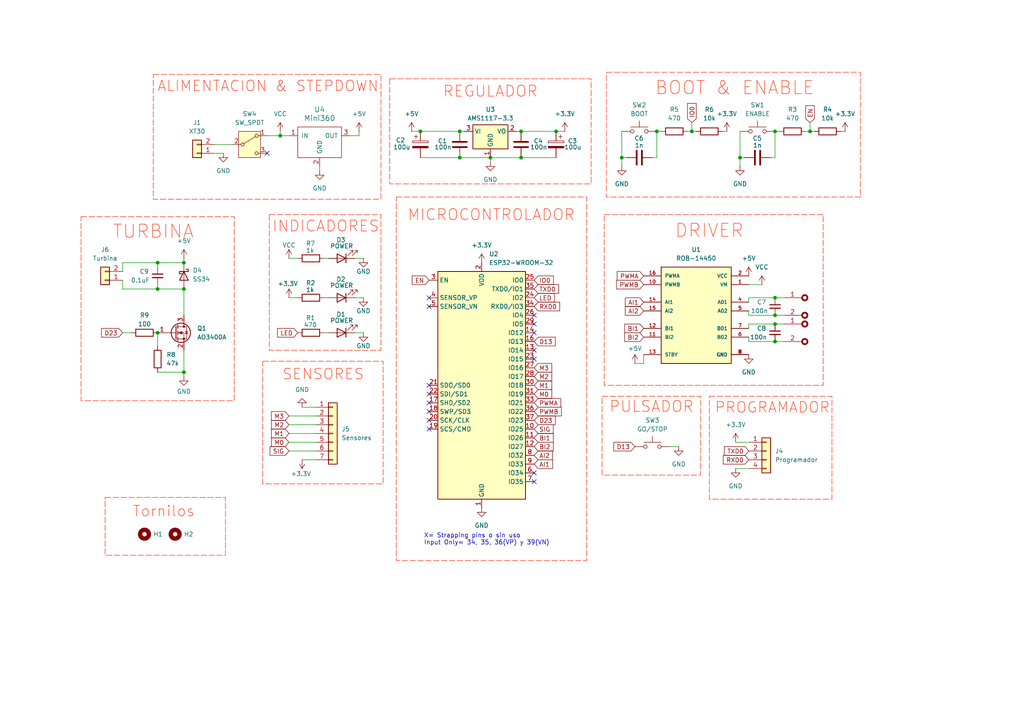
<source format=kicad_sch>
(kicad_sch (version 20250114) (generator "eeschema") (generator_version "9.0")
  (paper "A4")
  (lib_symbols
    (symbol "Cable_PAD_1" (pin_names (offset 1.016))
      (symbol "Cable_PAD_1_1_1"
        (circle (center 3.556 3.81) (radius 0.762) (stroke (width 0.508)))
        (circle (center 3.556 -1.27) (radius 0.762) (stroke (width 0.508)))
        (pin input line (at -2.54 3.81 0) (length 5.08) (name "") (number "1"))
        (pin input line (at -2.54 -1.27 0) (length 5.08) (name "") (number "2"))
      )
    )
    (symbol "Connector_Generic:Conn_01x02" (pin_names (offset 1.016) (hide yes))
      (property "Reference" "J" (at 0 2.54 0))
      (property "Value" "Conn_01x02" (at 0 -5.08 0))
      (symbol "Conn_01x02_1_1"
        (rectangle (start -1.27 1.27) (end 1.27 -3.81) (stroke (width 0.254)) (fill (type background)))
        (rectangle (start -1.27 0.127) (end 0 -0.127) (stroke (width 0.1524)))
        (rectangle (start -1.27 -2.413) (end 0 -2.667) (stroke (width 0.1524)))
        (pin passive line (at -5.08 0 0) (length 3.81) (name "Pin_1") (number "1"))
        (pin passive line (at -5.08 -2.54 0) (length 3.81) (name "Pin_2") (number "2"))
      )
    )
    (symbol "Connector_Generic:Conn_01x04" (pin_names (offset 1.016) (hide yes))
      (property "Reference" "J" (at 0 5.08 0))
      (property "Value" "Conn_01x04" (at 0 -7.62 0))
      (symbol "Conn_01x04_1_1"
        (rectangle (start -1.27 3.81) (end 1.27 -6.35) (stroke (width 0.254)) (fill (type background)))
        (rectangle (start -1.27 2.667) (end 0 2.413) (stroke (width 0.1524)))
        (rectangle (start -1.27 0.127) (end 0 -0.127) (stroke (width 0.1524)))
        (rectangle (start -1.27 -2.413) (end 0 -2.667) (stroke (width 0.1524)))
        (rectangle (start -1.27 -4.953) (end 0 -5.207) (stroke (width 0.1524)))
        (pin passive line (at -5.08 2.54 0) (length 3.81) (name "Pin_1") (number "1"))
        (pin passive line (at -5.08 0 0) (length 3.81) (name "Pin_2") (number "2"))
        (pin passive line (at -5.08 -2.54 0) (length 3.81) (name "Pin_3") (number "3"))
        (pin passive line (at -5.08 -5.08 0) (length 3.81) (name "Pin_4") (number "4"))
      )
    )
    (symbol "Connector_Generic:Conn_01x07" (pin_names (offset 1.016) (hide yes))
      (property "Reference" "J" (at 0 10.16 0))
      (property "Value" "Conn_01x07" (at 0 -10.16 0))
      (symbol "Conn_01x07_1_1"
        (rectangle (start -1.27 8.89) (end 1.27 -8.89) (stroke (width 0.254)) (fill (type background)))
        (rectangle (start -1.27 7.747) (end 0 7.493) (stroke (width 0.1524)))
        (rectangle (start -1.27 5.207) (end 0 4.953) (stroke (width 0.1524)))
        (rectangle (start -1.27 2.667) (end 0 2.413) (stroke (width 0.1524)))
        (rectangle (start -1.27 0.127) (end 0 -0.127) (stroke (width 0.1524)))
        (rectangle (start -1.27 -2.413) (end 0 -2.667) (stroke (width 0.1524)))
        (rectangle (start -1.27 -4.953) (end 0 -5.207) (stroke (width 0.1524)))
        (rectangle (start -1.27 -7.493) (end 0 -7.747) (stroke (width 0.1524)))
        (pin passive line (at -5.08 7.62 0) (length 3.81) (name "Pin_1") (number "1"))
        (pin passive line (at -5.08 5.08 0) (length 3.81) (name "Pin_2") (number "2"))
        (pin passive line (at -5.08 2.54 0) (length 3.81) (name "Pin_3") (number "3"))
        (pin passive line (at -5.08 0 0) (length 3.81) (name "Pin_4") (number "4"))
        (pin passive line (at -5.08 -2.54 0) (length 3.81) (name "Pin_5") (number "5"))
        (pin passive line (at -5.08 -5.08 0) (length 3.81) (name "Pin_6") (number "6"))
        (pin passive line (at -5.08 -7.62 0) (length 3.81) (name "Pin_7") (number "7"))
      )
    )
    (symbol "Device:C" (pin_numbers (hide yes)) (pin_names (offset 0.254))
      (property "Reference" "C" (at 0.635 2.54 0))
      (property "Value" "C" (at 0.635 -2.54 0))
      (symbol "C_0_1"
        (polyline (pts (xy -2.032 0.762) (xy 2.032 0.762)) (stroke (width 0.508)))
        (polyline (pts (xy -2.032 -0.762) (xy 2.032 -0.762)) (stroke (width 0.508)))
      )
      (symbol "C_1_1"
        (pin passive line (at 0 3.81 270) (length 2.794) (name "~") (number "1"))
        (pin passive line (at 0 -3.81 90) (length 2.794) (name "~") (number "2"))
      )
    )
    (symbol "Device:C_Polarized" (pin_numbers (hide yes)) (pin_names (offset 0.254))
      (property "Reference" "C" (at 0.635 2.54 0))
      (property "Value" "C_Polarized" (at 0.635 -2.54 0))
      (symbol "C_Polarized_0_1"
        (rectangle (start -2.286 0.508) (end 2.286 1.016))
        (polyline (pts (xy -1.778 2.286) (xy -0.762 2.286)))
        (polyline (pts (xy -1.27 2.794) (xy -1.27 1.778)))
        (rectangle (start 2.286 -0.508) (end -2.286 -1.016) (fill (type outline)))
      )
      (symbol "C_Polarized_1_1"
        (pin passive line (at 0 3.81 270) (length 2.794) (name "~") (number "1"))
        (pin passive line (at 0 -3.81 90) (length 2.794) (name "~") (number "2"))
      )
    )
    (symbol "Device:C_Small" (pin_numbers (hide yes)) (pin_names (offset 0.254) (hide yes))
      (property "Reference" "C" (at 0.254 1.778 0))
      (property "Value" "C_Small" (at 0.254 -2.032 0))
      (symbol "C_Small_0_1"
        (polyline (pts (xy -1.524 0.508) (xy 1.524 0.508)) (stroke (width 0.3048)))
        (polyline (pts (xy -1.524 -0.508) (xy 1.524 -0.508)) (stroke (width 0.3302)))
      )
      (symbol "C_Small_1_1"
        (pin passive line (at 0 2.54 270) (length 2.032) (name "~") (number "1"))
        (pin passive line (at 0 -2.54 90) (length 2.032) (name "~") (number "2"))
      )
    )
    (symbol "Device:LED" (pin_numbers (hide yes)) (pin_names (offset 1.016) (hide yes))
      (property "Reference" "D" (at 0 2.54 0))
      (property "Value" "LED" (at 0 -2.54 0))
      (symbol "LED_0_1"
        (polyline (pts (xy -3.048 -0.762) (xy -4.572 -2.286) (xy -3.81 -2.286) (xy -4.572 -2.286) (xy -4.572 -1.524)))
        (polyline (pts (xy -1.778 -0.762) (xy -3.302 -2.286) (xy -2.54 -2.286) (xy -3.302 -2.286) (xy -3.302 -1.524)))
        (polyline (pts (xy -1.27 0) (xy 1.27 0)))
        (polyline (pts (xy -1.27 -1.27) (xy -1.27 1.27)) (stroke (width 0.254)))
        (polyline (pts (xy 1.27 -1.27) (xy 1.27 1.27) (xy -1.27 0) (xy 1.27 -1.27)) (stroke (width 0.254)))
      )
      (symbol "LED_1_1"
        (pin passive line (at -3.81 0 0) (length 2.54) (name "K") (number "1"))
        (pin passive line (at 3.81 0 180) (length 2.54) (name "A") (number "2"))
      )
    )
    (symbol "Device:R" (pin_numbers (hide yes)) (pin_names (offset 0))
      (property "Reference" "R" (at 2.032 0 90))
      (property "Value" "R" (at 0 0 90))
      (symbol "R_0_1"
        (rectangle (start -1.016 -2.54) (end 1.016 2.54) (stroke (width 0.254)))
      )
      (symbol "R_1_1"
        (pin passive line (at 0 3.81 270) (length 1.27) (name "~") (number "1"))
        (pin passive line (at 0 -3.81 90) (length 1.27) (name "~") (number "2"))
      )
    )
    (symbol "Diode:SS34" (pin_numbers (hide yes)) (pin_names (offset 1.016) (hide yes))
      (property "Reference" "D" (at 0 2.54 0))
      (property "Value" "SS34" (at 0 -2.54 0))
      (symbol "SS34_0_1"
        (polyline (pts (xy -1.905 0.635) (xy -1.905 1.27) (xy -1.27 1.27) (xy -1.27 -1.27) (xy -0.635 -1.27) (xy -0.635 -0.635)) (stroke (width 0.254)))
        (polyline (pts (xy 1.27 1.27) (xy 1.27 -1.27) (xy -1.27 0) (xy 1.27 1.27)) (stroke (width 0.254)))
        (polyline (pts (xy 1.27 0) (xy -1.27 0)))
      )
      (symbol "SS34_1_1"
        (pin passive line (at -3.81 0 0) (length 2.54) (name "K") (number "1"))
        (pin passive line (at 3.81 0 180) (length 2.54) (name "A") (number "2"))
      )
    )
    (symbol "EEESTN5:Mounting_Hole" (pin_names (offset 1.016))
      (property "Reference" "H" (at 0 5.08 0))
      (symbol "Mounting_Hole_0_1"
        (circle (center 0 0) (radius 1.27) (stroke (width 1.27)))
      )
    )
    (symbol "MixLib:Mini360" (pin_names (offset 1.016))
      (property "Reference" "U" (at -8.89 -1.016 0))
      (property "Value" "Mini360" (at -4.572 8.128 0))
      (symbol "Mini360_1_1"
        (rectangle (start -10.16 6.35) (end 2.54 -2.54))
        (pin power_in line (at -12.7 3.81 0) (length 2.54) (name "IN") (number "1"))
        (pin power_out line (at -3.81 -5.08 90) (length 2.54) (name "GND") (number "2"))
        (pin power_out line (at 5.08 3.81 180) (length 2.54) (name "OUT") (number "3"))
      )
    )
    (symbol "RF_Module:ESP32-WROOM-32"
      (property "Reference" "U" (at -12.7 34.29 0))
      (property "Value" "ESP32-WROOM-32" (at 1.27 34.29 0))
      (symbol "ESP32-WROOM-32_0_1"
        (rectangle (start -12.7 33.02) (end 12.7 -33.02) (stroke (width 0.254)) (fill (type background)))
      )
      (symbol "ESP32-WROOM-32_1_1"
        (pin input line (at -15.24 30.48 0) (length 2.54) (name "EN") (number "3"))
        (pin input line (at -15.24 25.4 0) (length 2.54) (name "SENSOR_VP") (number "4"))
        (pin input line (at -15.24 22.86 0) (length 2.54) (name "SENSOR_VN") (number "5"))
        (pin bidirectional line (at -15.24 0 0) (length 2.54) (name "SDO/SD0") (number "21"))
        (pin bidirectional line (at -15.24 -2.54 0) (length 2.54) (name "SDI/SD1") (number "22"))
        (pin bidirectional line (at -15.24 -5.08 0) (length 2.54) (name "SHD/SD2") (number "17"))
        (pin bidirectional line (at -15.24 -7.62 0) (length 2.54) (name "SWP/SD3") (number "18"))
        (pin bidirectional line (at -15.24 -10.16 0) (length 2.54) (name "SCK/CLK") (number "20"))
        (pin bidirectional line (at -15.24 -12.7 0) (length 2.54) (name "SCS/CMD") (number "19"))
        (pin no_connect line (at -12.7 -27.94 0) (length 2.54) (hide yes) (name "NC") (number "32"))
        (pin power_in line (at 0 35.56 270) (length 2.54) (name "VDD") (number "2"))
        (pin power_in line (at 0 -35.56 90) (length 2.54) (name "GND") (number "1"))
        (pin passive line (at 0 -35.56 90) (length 2.54) (hide yes) (name "GND") (number "15"))
        (pin passive line (at 0 -35.56 90) (length 2.54) (hide yes) (name "GND") (number "38"))
        (pin passive line (at 0 -35.56 90) (length 2.54) (hide yes) (name "GND") (number "39"))
        (pin bidirectional line (at 15.24 30.48 180) (length 2.54) (name "IO0") (number "25"))
        (pin bidirectional line (at 15.24 27.94 180) (length 2.54) (name "TXD0/IO1") (number "35"))
        (pin bidirectional line (at 15.24 25.4 180) (length 2.54) (name "IO2") (number "24"))
        (pin bidirectional line (at 15.24 22.86 180) (length 2.54) (name "RXD0/IO3") (number "34"))
        (pin bidirectional line (at 15.24 20.32 180) (length 2.54) (name "IO4") (number "26"))
        (pin bidirectional line (at 15.24 17.78 180) (length 2.54) (name "IO5") (number "29"))
        (pin bidirectional line (at 15.24 15.24 180) (length 2.54) (name "IO12") (number "14"))
        (pin bidirectional line (at 15.24 12.7 180) (length 2.54) (name "IO13") (number "16"))
        (pin bidirectional line (at 15.24 10.16 180) (length 2.54) (name "IO14") (number "13"))
        (pin bidirectional line (at 15.24 7.62 180) (length 2.54) (name "IO15") (number "23"))
        (pin bidirectional line (at 15.24 5.08 180) (length 2.54) (name "IO16") (number "27"))
        (pin bidirectional line (at 15.24 2.54 180) (length 2.54) (name "IO17") (number "28"))
        (pin bidirectional line (at 15.24 0 180) (length 2.54) (name "IO18") (number "30"))
        (pin bidirectional line (at 15.24 -2.54 180) (length 2.54) (name "IO19") (number "31"))
        (pin bidirectional line (at 15.24 -5.08 180) (length 2.54) (name "IO21") (number "33"))
        (pin bidirectional line (at 15.24 -7.62 180) (length 2.54) (name "IO22") (number "36"))
        (pin bidirectional line (at 15.24 -10.16 180) (length 2.54) (name "IO23") (number "37"))
        (pin bidirectional line (at 15.24 -12.7 180) (length 2.54) (name "IO25") (number "10"))
        (pin bidirectional line (at 15.24 -15.24 180) (length 2.54) (name "IO26") (number "11"))
        (pin bidirectional line (at 15.24 -17.78 180) (length 2.54) (name "IO27") (number "12"))
        (pin bidirectional line (at 15.24 -20.32 180) (length 2.54) (name "IO32") (number "8"))
        (pin bidirectional line (at 15.24 -22.86 180) (length 2.54) (name "IO33") (number "9"))
        (pin input line (at 15.24 -25.4 180) (length 2.54) (name "IO34") (number "6"))
        (pin input line (at 15.24 -27.94 180) (length 2.54) (name "IO35") (number "7"))
      )
    )
    (symbol "ROB-14450:ROB-14450" (pin_names (offset 1.016))
      (property "Reference" "U" (at -10.16 16.002 0))
      (property "Value" "ROB-14450" (at -10.16 -15.24 0))
      (symbol "ROB-14450_0_0"
        (rectangle (start -10.16 -12.7) (end 10.16 15.24) (stroke (width 0.254)) (fill (type background)))
        (pin input line (at -15.24 12.7 0) (length 5.08) (name "PWMA") (number "16"))
        (pin input line (at -15.24 10.16 0) (length 5.08) (name "PWMB") (number "10"))
        (pin input line (at -15.24 5.08 0) (length 5.08) (name "AI1") (number "14"))
        (pin input line (at -15.24 2.54 0) (length 5.08) (name "AI2") (number "15"))
        (pin input line (at -15.24 -2.54 0) (length 5.08) (name "BI1") (number "12"))
        (pin input line (at -15.24 -5.08 0) (length 5.08) (name "BI2") (number "11"))
        (pin input line (at -15.24 -10.16 0) (length 5.08) (name "STBY") (number "13"))
        (pin power_in line (at 15.24 12.7 180) (length 5.08) (name "VCC") (number "2"))
        (pin power_in line (at 15.24 10.16 180) (length 5.08) (name "VM") (number "1"))
        (pin output line (at 15.24 5.08 180) (length 5.08) (name "A01") (number "4"))
        (pin output line (at 15.24 2.54 180) (length 5.08) (name "A02") (number "5"))
        (pin output line (at 15.24 -2.54 180) (length 5.08) (name "B01") (number "7"))
        (pin output line (at 15.24 -5.08 180) (length 5.08) (name "B02") (number "6"))
        (pin power_in line (at 15.24 -10.16 180) (length 5.08) (name "GND") (number "3"))
        (pin power_in line (at 15.24 -10.16 180) (length 5.08) (name "GND") (number "8"))
        (pin power_in line (at 15.24 -10.16 180) (length 5.08) (name "GND") (number "9"))
      )
    )
    (symbol "Regulator_Linear:AMS1117-3.3"
      (property "Reference" "U" (at -3.81 3.175 0))
      (property "Value" "AMS1117-3.3" (at 0 3.175 0))
      (symbol "AMS1117-3.3_0_1"
        (rectangle (start -5.08 -5.08) (end 5.08 1.905) (stroke (width 0.254)) (fill (type background)))
      )
      (symbol "AMS1117-3.3_1_1"
        (pin power_in line (at -7.62 0 0) (length 2.54) (name "VI") (number "3"))
        (pin power_in line (at 0 -7.62 90) (length 2.54) (name "GND") (number "1"))
        (pin power_out line (at 7.62 0 180) (length 2.54) (name "VO") (number "2"))
      )
    )
    (symbol "Switch:SW_Push" (pin_numbers (hide yes)) (pin_names (offset 1.016) (hide yes))
      (property "Reference" "SW" (at 1.27 2.54 0))
      (property "Value" "SW_Push" (at 0 -1.524 0))
      (symbol "SW_Push_0_1"
        (circle (center -2.032 0) (radius 0.508))
        (polyline (pts (xy 0 1.27) (xy 0 3.048)))
        (circle (center 2.032 0) (radius 0.508))
        (polyline (pts (xy 2.54 1.27) (xy -2.54 1.27)))
        (pin passive line (at -5.08 0 0) (length 2.54) (name "1") (number "1"))
        (pin passive line (at 5.08 0 180) (length 2.54) (name "2") (number "2"))
      )
    )
    (symbol "Switch:SW_SPDT" (pin_names (offset 0) (hide yes))
      (property "Reference" "SW" (at 0 5.08 0))
      (property "Value" "SW_SPDT" (at 0 -5.08 0))
      (symbol "SW_SPDT_0_1"
        (circle (center -2.032 0) (radius 0.4572))
        (polyline (pts (xy -1.651 0.254) (xy 1.651 2.286)))
        (circle (center 2.032 2.54) (radius 0.4572))
        (circle (center 2.032 -2.54) (radius 0.4572))
      )
      (symbol "SW_SPDT_1_1"
        (rectangle (start -3.175 3.81) (end 3.175 -3.81) (fill (type background)))
        (pin passive line (at -5.08 0 0) (length 2.54) (name "B") (number "2"))
        (pin passive line (at 5.08 2.54 180) (length 2.54) (name "A") (number "1"))
        (pin passive line (at 5.08 -2.54 180) (length 2.54) (name "C") (number "3"))
      )
    )
    (symbol "Transistor_FET:AO3400A" (pin_names (offset 0) (hide yes))
      (property "Reference" "Q" (at 5.08 1.905 0))
      (property "Value" "AO3400A" (at 5.08 0 0))
      (symbol "AO3400A_0_1"
        (polyline (pts (xy 0.254 1.905) (xy 0.254 -1.905)) (stroke (width 0.254)))
        (polyline (pts (xy 0.254 0) (xy -2.54 0)))
        (polyline (pts (xy 0.762 2.286) (xy 0.762 1.27)) (stroke (width 0.254)))
        (polyline (pts (xy 0.762 0.508) (xy 0.762 -0.508)) (stroke (width 0.254)))
        (polyline (pts (xy 0.762 -1.27) (xy 0.762 -2.286)) (stroke (width 0.254)))
        (polyline (pts (xy 0.762 -1.778) (xy 3.302 -1.778) (xy 3.302 1.778) (xy 0.762 1.778)))
        (polyline (pts (xy 1.016 0) (xy 2.032 0.381) (xy 2.032 -0.381) (xy 1.016 0)) (fill (type outline)))
        (circle (center 1.651 0) (radius 2.794) (stroke (width 0.254)))
        (polyline (pts (xy 2.54 2.54) (xy 2.54 1.778)))
        (circle (center 2.54 1.778) (radius 0.254) (fill (type outline)))
        (circle (center 2.54 -1.778) (radius 0.254) (fill (type outline)))
        (polyline (pts (xy 2.54 -2.54) (xy 2.54 0) (xy 0.762 0)))
        (polyline (pts (xy 2.921 0.381) (xy 3.683 0.381)))
        (polyline (pts (xy 3.302 0.381) (xy 2.921 -0.254) (xy 3.683 -0.254) (xy 3.302 0.381)))
      )
      (symbol "AO3400A_1_1"
        (pin input line (at -5.08 0 0) (length 2.54) (name "G") (number "1"))
        (pin passive line (at 2.54 5.08 270) (length 2.54) (name "D") (number "3"))
        (pin passive line (at 2.54 -5.08 90) (length 2.54) (name "S") (number "2"))
      )
    )
    (symbol "power:+3.3V" (power) (pin_numbers (hide yes)) (pin_names (offset 0) (hide yes))
      (property "Value" "+3.3V" (at 0 3.556 0))
      (symbol "+3.3V_0_1"
        (polyline (pts (xy -0.762 1.27) (xy 0 2.54)))
        (polyline (pts (xy 0 2.54) (xy 0.762 1.27)))
        (polyline (pts (xy 0 0) (xy 0 2.54)))
      )
      (symbol "+3.3V_1_1"
        (pin power_in line (at 0 0 90) (length 0) (name "~") (number "1"))
      )
    )
    (symbol "power:+5V" (power) (pin_numbers (hide yes)) (pin_names (offset 0) (hide yes))
      (property "Value" "+5V" (at 0 3.556 0))
      (symbol "+5V_0_1"
        (polyline (pts (xy -0.762 1.27) (xy 0 2.54)))
        (polyline (pts (xy 0 2.54) (xy 0.762 1.27)))
        (polyline (pts (xy 0 0) (xy 0 2.54)))
      )
      (symbol "+5V_1_1"
        (pin power_in line (at 0 0 90) (length 0) (name "~") (number "1"))
      )
    )
    (symbol "power:GND" (power) (pin_numbers (hide yes)) (pin_names (offset 0) (hide yes))
      (property "Value" "GND" (at 0 -3.81 0))
      (symbol "GND_0_1"
        (polyline (pts (xy 0 0) (xy 0 -1.27) (xy 1.27 -1.27) (xy 0 -2.54) (xy -1.27 -1.27) (xy 0 -1.27)))
      )
      (symbol "GND_1_1"
        (pin power_in line (at 0 0 270) (length 0) (name "~") (number "1"))
      )
    )
    (symbol "power:VCC" (power) (pin_numbers (hide yes)) (pin_names (offset 0) (hide yes))
      (property "Value" "VCC" (at 0 3.556 0))
      (symbol "VCC_0_1"
        (polyline (pts (xy -0.762 1.27) (xy 0 2.54)))
        (polyline (pts (xy 0 2.54) (xy 0.762 1.27)))
        (polyline (pts (xy 0 0) (xy 0 2.54)))
      )
      (symbol "VCC_1_1"
        (pin power_in line (at 0 0 90) (length 0) (name "~") (number "1"))
      )
    )
  )
  (rectangle (start 175.26 62.23) (end 238.76 111.76) (stroke (width 0) (type dash) (color 255 38 0 1)))
  (rectangle (start 44.45 21.59) (end 110.49 57.785) (stroke (width 0) (type dash) (color 255 38 0 1)))
  (rectangle (start 78.105 62.23) (end 110.49 101.6) (stroke (width 0) (type dash) (color 255 38 0 1)))
  (rectangle (start 113.03 22.86) (end 171.45 53.34) (stroke (width 0) (type dash) (color 255 38 0 1)))
  (rectangle (start 205.74 114.935) (end 241.3 144.78) (stroke (width 0) (type dash) (color 255 38 0 1)))
  (rectangle (start 175.895 20.955) (end 249.555 57.15) (stroke (width 0) (type dash) (color 255 38 0 1)))
  (rectangle (start 76.2 104.775) (end 111.125 140.335) (stroke (width 0) (type dash) (color 255 38 0 1)))
  (rectangle (start 30.48 144.272) (end 65.405 161.036) (stroke (width 0) (type dash) (color 255 38 0 1)))
  (rectangle (start 174.625 114.935) (end 203.2 137.795) (stroke (width 0) (type dash) (color 255 38 0 1)))
  (rectangle (start 114.935 57.15) (end 170.18 162.56) (stroke (width 0) (type dash) (color 255 38 0 1)))
  (rectangle (start 23.495 62.865) (end 67.945 116.205) (stroke (width 0) (type dash) (color 255 38 0 1)))
  (text "PULSADOR" (at 188.976 118.11 0) (effects (font (size 3.175 3.175))))
  (text "SENSORES" (at 93.726 108.712 0) (effects (font (size 3.048 3.048))))
  (text "X= Strapping pins o sin uso\nInput Only= 34, 35, 36(VP) y 39(VN) " (at 122.936 156.464 0) (effects (font (size 1.27 1.27)) (justify left)))
  (text "PROGRAMADOR" (at 224.028 118.364 0) (effects (font (size 3.048 3.048))))
  (text "Tornilos" (at 47.498 148.463 0) (effects (font (size 3.048 3.048))))
  (text "DRIVER" (at 205.74 67.056 0) (effects (font (size 3.81 3.81))))
  (text "INDICADORES" (at 94.488 65.786 0) (effects (font (size 3.175 3.175))))
  (text "REGULADOR" (at 142.24 26.67 0) (effects (font (size 3.175 3.175))))
  (text "TURBINA" (at 44.45 67.31 0) (effects (font (size 3.81 3.81))))
  (text "MICROCONTROLADOR" (at 142.494 62.484 0) (effects (font (size 3.175 3.175))))
  (text "BOOT & ENABLE" (at 213.106 25.654 0) (effects (font (size 3.81 3.81))))
  (text "ALIMENTACION & STEPDOWN" (at 77.724 25.146 0) (effects (font (size 3.048 3.048))))
  (junction (at 151.13 45.72))
  (junction (at 81.28 39.37))
  (junction (at 53.34 83.82))
  (junction (at 224.79 86.36))
  (junction (at 121.92 38.1))
  (junction (at 45.72 96.52))
  (junction (at 133.35 45.72))
  (junction (at 161.29 38.1))
  (junction (at 200.66 38.1))
  (junction (at 45.72 76.2))
  (junction (at 142.24 45.72))
  (junction (at 224.79 99.06))
  (junction (at 133.35 38.1))
  (junction (at 151.13 38.1))
  (junction (at 53.34 76.2))
  (junction (at 234.95 38.1))
  (junction (at 45.72 83.82))
  (junction (at 224.79 91.44))
  (junction (at 214.63 45.72))
  (junction (at 180.34 45.72))
  (junction (at 190.5 38.1))
  (junction (at 224.79 38.1))
  (junction (at 224.79 93.98))
  (junction (at 53.34 107.95))
  (no_connect (at 154.94 91.44))
  (no_connect (at 77.47 44.45))
  (no_connect (at 154.94 137.16))
  (no_connect (at 124.46 111.76))
  (no_connect (at 124.46 114.3))
  (no_connect (at 124.46 88.9))
  (no_connect (at 124.46 124.46))
  (no_connect (at 154.94 139.7))
  (no_connect (at 124.46 86.36))
  (no_connect (at 154.94 93.98))
  (no_connect (at 124.46 116.84))
  (no_connect (at 154.94 96.52))
  (no_connect (at 154.94 101.6))
  (no_connect (at 124.46 119.38))
  (no_connect (at 124.46 121.92))
  (no_connect (at 154.94 104.14))
  (wire (pts (xy 189.23 45.72) (xy 190.5 45.72)))
  (wire (pts (xy 121.92 38.1) (xy 133.35 38.1)))
  (wire (pts (xy 200.66 38.1) (xy 199.39 38.1)))
  (wire (pts (xy 213.36 128.27) (xy 217.17 128.27)))
  (wire (pts (xy 133.35 38.1) (xy 134.62 38.1)))
  (wire (pts (xy 83.82 120.65) (xy 91.44 120.65)))
  (wire (pts (xy 234.95 38.1) (xy 236.22 38.1)))
  (wire (pts (xy 190.5 45.72) (xy 190.5 38.1)))
  (wire (pts (xy 210.82 38.1) (xy 209.55 38.1)))
  (wire (pts (xy 35.56 83.82) (xy 45.72 83.82)))
  (wire (pts (xy 83.82 125.73) (xy 91.44 125.73)))
  (wire (pts (xy 105.41 86.36) (xy 102.87 86.36)))
  (wire (pts (xy 181.61 45.72) (xy 180.34 45.72)))
  (wire (pts (xy 151.13 45.72) (xy 161.29 45.72)))
  (wire (pts (xy 227.33 86.36) (xy 224.79 86.36)))
  (wire (pts (xy 200.66 38.1) (xy 201.93 38.1)))
  (wire (pts (xy 224.79 93.98) (xy 217.17 93.98)))
  (wire (pts (xy 101.6 39.37) (xy 104.14 39.37)))
  (wire (pts (xy 245.11 38.1) (xy 243.84 38.1)))
  (wire (pts (xy 227.33 91.44) (xy 224.79 91.44)))
  (wire (pts (xy 35.56 76.2) (xy 45.72 76.2)))
  (wire (pts (xy 81.28 39.37) (xy 83.82 39.37)))
  (wire (pts (xy 133.35 45.72) (xy 142.24 45.72)))
  (wire (pts (xy 53.34 83.82) (xy 45.72 83.82)))
  (wire (pts (xy 224.79 99.06) (xy 217.17 99.06)))
  (wire (pts (xy 180.34 45.72) (xy 180.34 48.26)))
  (wire (pts (xy 214.63 45.72) (xy 214.63 48.26)))
  (wire (pts (xy 227.33 93.98) (xy 224.79 93.98)))
  (wire (pts (xy 224.79 38.1) (xy 226.06 38.1)))
  (wire (pts (xy 121.92 45.72) (xy 133.35 45.72)))
  (wire (pts (xy 83.82 86.36) (xy 86.36 86.36)))
  (wire (pts (xy 196.85 129.54) (xy 194.31 129.54)))
  (wire (pts (xy 87.63 133.35) (xy 91.44 133.35)))
  (wire (pts (xy 217.17 86.36) (xy 217.17 87.63)))
  (wire (pts (xy 217.17 93.98) (xy 217.17 95.25)))
  (wire (pts (xy 83.82 130.81) (xy 91.44 130.81)))
  (wire (pts (xy 53.34 74.93) (xy 53.34 76.2)))
  (wire (pts (xy 45.72 100.33) (xy 45.72 96.52)))
  (wire (pts (xy 161.29 38.1) (xy 163.83 38.1)))
  (wire (pts (xy 92.71 49.53) (xy 92.71 48.26)))
  (wire (pts (xy 53.34 107.95) (xy 45.72 107.95)))
  (wire (pts (xy 35.56 76.2) (xy 35.56 78.74)))
  (wire (pts (xy 87.63 118.11) (xy 91.44 118.11)))
  (wire (pts (xy 234.95 35.56) (xy 234.95 38.1)))
  (wire (pts (xy 190.5 38.1) (xy 191.77 38.1)))
  (wire (pts (xy 142.24 46.99) (xy 142.24 45.72)))
  (wire (pts (xy 224.79 45.72) (xy 224.79 38.1)))
  (wire (pts (xy 151.13 38.1) (xy 161.29 38.1)))
  (wire (pts (xy 227.33 99.06) (xy 224.79 99.06)))
  (wire (pts (xy 104.14 38.1) (xy 104.14 39.37)))
  (wire (pts (xy 62.23 41.91) (xy 67.31 41.91)))
  (wire (pts (xy 53.34 101.6) (xy 53.34 107.95)))
  (wire (pts (xy 224.79 86.36) (xy 217.17 86.36)))
  (wire (pts (xy 64.77 44.45) (xy 62.23 44.45)))
  (wire (pts (xy 215.9 45.72) (xy 214.63 45.72)))
  (wire (pts (xy 53.34 83.82) (xy 53.34 91.44)))
  (wire (pts (xy 224.79 91.44) (xy 217.17 91.44)))
  (wire (pts (xy 83.82 128.27) (xy 91.44 128.27)))
  (wire (pts (xy 45.72 76.2) (xy 53.34 76.2)))
  (wire (pts (xy 213.36 135.89) (xy 217.17 135.89)))
  (wire (pts (xy 45.72 77.47) (xy 45.72 76.2)))
  (wire (pts (xy 83.82 74.93) (xy 86.36 74.93)))
  (wire (pts (xy 95.25 74.93) (xy 93.98 74.93)))
  (wire (pts (xy 35.56 96.52) (xy 38.1 96.52)))
  (wire (pts (xy 234.95 38.1) (xy 233.68 38.1)))
  (wire (pts (xy 217.17 91.44) (xy 217.17 90.17)))
  (wire (pts (xy 35.56 83.82) (xy 35.56 81.28)))
  (wire (pts (xy 180.34 38.1) (xy 180.34 45.72)))
  (wire (pts (xy 200.66 35.56) (xy 200.66 38.1)))
  (wire (pts (xy 184.15 105.41) (xy 186.69 105.41)))
  (wire (pts (xy 119.38 38.1) (xy 121.92 38.1)))
  (wire (pts (xy 217.17 99.06) (xy 217.17 97.79)))
  (wire (pts (xy 45.72 83.82) (xy 45.72 82.55)))
  (wire (pts (xy 95.25 86.36) (xy 93.98 86.36)))
  (wire (pts (xy 81.28 38.1) (xy 81.28 39.37)))
  (wire (pts (xy 53.34 109.22) (xy 53.34 107.95)))
  (wire (pts (xy 223.52 45.72) (xy 224.79 45.72)))
  (wire (pts (xy 214.63 38.1) (xy 214.63 45.72)))
  (wire (pts (xy 186.69 105.41) (xy 186.69 102.87)))
  (wire (pts (xy 220.98 82.55) (xy 217.17 82.55)))
  (wire (pts (xy 95.25 96.52) (xy 93.98 96.52)))
  (wire (pts (xy 142.24 45.72) (xy 151.13 45.72)))
  (wire (pts (xy 83.82 123.19) (xy 91.44 123.19)))
  (wire (pts (xy 105.41 96.52) (xy 102.87 96.52)))
  (wire (pts (xy 77.47 39.37) (xy 81.28 39.37)))
  (wire (pts (xy 105.41 74.93) (xy 102.87 74.93)))
  (wire (pts (xy 149.86 38.1) (xy 151.13 38.1)))
  (global_label "AI2" (shape input) (at 186.69 90.17 180) (property "Intersheetrefs" "${INTERSHEET_REFS}" (effects (hide yes))))
  (global_label "PWMA" (shape input) (at 154.94 116.84 0) (property "Intersheetrefs" "${INTERSHEET_REFS}" (effects (hide yes))))
  (global_label "D23" (shape input) (at 154.94 121.92 0) (property "Intersheetrefs" "${INTERSHEET_REFS}" (effects (hide yes))))
  (global_label "M2" (shape input) (at 154.94 109.22 0) (property "Intersheetrefs" "${INTERSHEET_REFS}" (effects (hide yes))))
  (global_label "IO0" (shape input) (at 154.94 81.28 0) (property "Intersheetrefs" "${INTERSHEET_REFS}" (effects (hide yes))))
  (global_label "EN" (shape input) (at 124.46 81.28 180) (property "Intersheetrefs" "${INTERSHEET_REFS}" (effects (hide yes))))
  (global_label "IO0" (shape input) (at 200.66 35.56 90) (property "Intersheetrefs" "${INTERSHEET_REFS}" (effects (hide yes))))
  (global_label "PWMA" (shape input) (at 186.69 80.01 180) (property "Intersheetrefs" "${INTERSHEET_REFS}" (effects (hide yes))))
  (global_label "RXD0" (shape input) (at 217.17 133.35 180) (property "Intersheetrefs" "${INTERSHEET_REFS}" (effects (hide yes))))
  (global_label "AI1" (shape input) (at 154.94 134.62 0) (property "Intersheetrefs" "${INTERSHEET_REFS}" (effects (hide yes))))
  (global_label "M3" (shape input) (at 83.82 120.65 180) (property "Intersheetrefs" "${INTERSHEET_REFS}" (effects (hide yes))))
  (global_label "SIG" (shape input) (at 154.94 124.46 0) (property "Intersheetrefs" "${INTERSHEET_REFS}" (effects (hide yes))))
  (global_label "AI2" (shape input) (at 154.94 132.08 0) (property "Intersheetrefs" "${INTERSHEET_REFS}" (effects (hide yes))))
  (global_label "LED" (shape input) (at 154.94 86.36 0) (property "Intersheetrefs" "${INTERSHEET_REFS}" (effects (hide yes))))
  (global_label "M3" (shape input) (at 154.94 106.68 0) (property "Intersheetrefs" "${INTERSHEET_REFS}" (effects (hide yes))))
  (global_label "D23" (shape input) (at 35.56 96.52 180) (property "Intersheetrefs" "${INTERSHEET_REFS}" (effects (hide yes))))
  (global_label "EN" (shape input) (at 234.95 35.56 90) (property "Intersheetrefs" "${INTERSHEET_REFS}" (effects (hide yes))))
  (global_label "AI1" (shape input) (at 186.69 87.63 180) (property "Intersheetrefs" "${INTERSHEET_REFS}" (effects (hide yes))))
  (global_label "PWMB" (shape input) (at 154.94 119.38 0) (property "Intersheetrefs" "${INTERSHEET_REFS}" (effects (hide yes))))
  (global_label "M1" (shape input) (at 154.94 111.76 0) (property "Intersheetrefs" "${INTERSHEET_REFS}" (effects (hide yes))))
  (global_label "BI2" (shape input) (at 154.94 129.54 0) (property "Intersheetrefs" "${INTERSHEET_REFS}" (effects (hide yes))))
  (global_label "SIG" (shape input) (at 83.82 130.81 180) (property "Intersheetrefs" "${INTERSHEET_REFS}" (effects (hide yes))))
  (global_label "D13" (shape input) (at 184.15 129.54 180) (property "Intersheetrefs" "${INTERSHEET_REFS}" (effects (hide yes))))
  (global_label "TXD0" (shape input) (at 154.94 83.82 0) (property "Intersheetrefs" "${INTERSHEET_REFS}" (effects (hide yes))))
  (global_label "M0" (shape input) (at 83.82 128.27 180) (property "Intersheetrefs" "${INTERSHEET_REFS}" (effects (hide yes))))
  (global_label "M1" (shape input) (at 83.82 125.73 180) (property "Intersheetrefs" "${INTERSHEET_REFS}" (effects (hide yes))))
  (global_label "D13" (shape input) (at 154.94 99.06 0) (property "Intersheetrefs" "${INTERSHEET_REFS}" (effects (hide yes))))
  (global_label "M2" (shape input) (at 83.82 123.19 180) (property "Intersheetrefs" "${INTERSHEET_REFS}" (effects (hide yes))))
  (global_label "M0" (shape input) (at 154.94 114.3 0) (property "Intersheetrefs" "${INTERSHEET_REFS}" (effects (hide yes))))
  (global_label "BI1" (shape input) (at 154.94 127 0) (property "Intersheetrefs" "${INTERSHEET_REFS}" (effects (hide yes))))
  (global_label "BI1" (shape input) (at 186.69 95.25 180) (property "Intersheetrefs" "${INTERSHEET_REFS}" (effects (hide yes))))
  (global_label "PWMB" (shape input) (at 186.69 82.55 180) (property "Intersheetrefs" "${INTERSHEET_REFS}" (effects (hide yes))))
  (global_label "TXD0" (shape input) (at 217.17 130.81 180) (property "Intersheetrefs" "${INTERSHEET_REFS}" (effects (hide yes))))
  (global_label "RXD0" (shape input) (at 154.94 88.9 0) (property "Intersheetrefs" "${INTERSHEET_REFS}" (effects (hide yes))))
  (global_label "BI2" (shape input) (at 186.69 97.79 180) (property "Intersheetrefs" "${INTERSHEET_REFS}" (effects (hide yes))))
  (global_label "LED" (shape input) (at 86.36 96.52 180) (property "Intersheetrefs" "${INTERSHEET_REFS}" (effects (hide yes))))
  (symbol (lib_id "power:+3.3V") (at 83.82 86.36 0) (unit 1)
    (property "Reference" "#PWR010" (effects (hide yes)))
    (property "Value" "+3.3V" (at 80.518 82.296 0) (effects (justify left)))
    (property "Description" "Power symbol creates a global label with name \"+3.3V\"" (effects (hide yes)))
  )
  (symbol (lib_id "power:GND") (at 213.36 135.89 0) (unit 1)
    (property "Reference" "#PWR018" (effects (hide yes)))
    (property "Value" "GND" (at 213.36 140.97 0))
    (property "Description" "Power symbol creates a global label with name \"GND\" , ground" (effects (hide yes)))
  )
  (symbol (lib_id "power:GND") (at 217.17 102.87 0) (unit 1)
    (property "Reference" "#PWR03" (effects (hide yes)))
    (property "Value" "GND" (at 217.17 107.95 0))
    (property "Description" "Power symbol creates a global label with name \"GND\" , ground" (effects (hide yes)))
  )
  (symbol (lib_id "power:+5V") (at 217.17 80.01 0) (unit 1)
    (property "Reference" "#PWR01" (effects (hide yes)))
    (property "Value" "+5V" (at 217.17 74.93 0))
    (property "Description" "Power symbol creates a global label with name \"+5V\"" (effects (hide yes)))
  )
  (symbol (lib_id "ROB-14450:ROB-14450") (at 201.93 92.71 0) (unit 1)
    (property "Reference" "U1" (at 201.93 72.39 0))
    (property "Value" "ROB-14450" (at 201.93 74.93 0))
    (property "Footprint" "TB6612FNG:MODULE_ROB-14450" (effects (hide yes)))
    (property "MF" "SparkFun Electronics" (effects (hide yes)))
    (property "Description_1" "TB6612FNG - Motor Controller/Driver Power Management Evaluation Board" (effects (hide yes)))
    (property "Package" "None" (effects (hide yes)))
    (property "Price" "None" (effects (hide yes)))
    (property "Check_prices" "https://www.snapeda.com/parts/ROB-14450/SparkFun/view-part/?ref=eda" (effects (hide yes)))
    (property "STANDARD" "Manufacturer Recommendation" (effects (hide yes)))
    (property "PARTREV" "11-13-17" (effects (hide yes)))
    (property "SnapEDA_Link" "https://www.snapeda.com/parts/ROB-14450/SparkFun/view-part/?ref=snap" (effects (hide yes)))
    (property "MP" "ROB-14450" (effects (hide yes)))
    (property "Availability" "In Stock" (effects (hide yes)))
    (property "MANUFACTURER" "Sparkfun Electronics" (effects (hide yes)))
  )
  (symbol (lib_id "power:+5V") (at 104.14 38.1 0) (unit 1)
    (property "Reference" "#PWR019" (effects (hide yes)))
    (property "Value" "+5V" (at 104.14 33.02 0))
    (property "Description" "Power symbol creates a global label with name \"+5V\"" (effects (hide yes)))
  )
  (symbol (lib_id "Switch:SW_Push") (at 189.23 129.54 0) (unit 1)
    (property "Reference" "SW3" (at 189.23 121.92 0))
    (property "Value" "GO/STOP" (at 189.23 124.46 0))
    (property "Footprint" "Button_Switch_SMD:SW_Push_1P1T_NO_CK_KMR2" (effects (hide yes)))
    (property "Description" "Push button switch, generic, two pins" (effects (hide yes)))
  )
  (symbol (lib_id "power:VCC") (at 220.98 82.55 0) (unit 1)
    (property "Reference" "#PWR02" (effects (hide yes)))
    (property "Value" "VCC" (at 220.98 77.47 0))
    (property "Description" "Power symbol creates a global label with name \"VCC\"" (effects (hide yes)))
  )
  (symbol (lib_id "Device:R") (at 41.91 96.52 270) (unit 1)
    (property "Reference" "R9" (at 41.91 91.44 90))
    (property "Value" "100" (at 41.91 93.98 90))
    (property "Footprint" "Resistor_SMD:R_0805_2012Metric_Pad1.20x1.40mm_HandSolder" (effects (hide yes)))
    (property "Description" "Resistor" (effects (hide yes)))
  )
  (symbol (lib_id "power:+5V") (at 53.34 74.93 0) (unit 1)
    (property "Reference" "#PWR029" (effects (hide yes)))
    (property "Value" "+5V" (at 53.34 69.85 0))
    (property "Description" "Power symbol creates a global label with name \"+5V\"" (effects (hide yes)))
  )
  (symbol (lib_id "Device:R") (at 205.74 38.1 90) (unit 1)
    (property "Reference" "R6" (at 205.74 31.75 90))
    (property "Value" "10k" (at 205.74 34.29 90))
    (property "Footprint" "Resistor_SMD:R_0805_2012Metric_Pad1.20x1.40mm_HandSolder" (effects (hide yes)))
    (property "Description" "Resistor" (effects (hide yes)))
  )
  (symbol (lib_id "power:+3.3V") (at 213.36 128.27 0) (unit 1)
    (property "Reference" "#PWR017" (effects (hide yes)))
    (property "Value" "+3.3V" (at 213.36 123.19 0))
    (property "Description" "Power symbol creates a global label with name \"+3.3V\"" (effects (hide yes)))
  )
  (symbol (lib_id "Device:C") (at 133.35 41.91 0) (unit 1)
    (property "Reference" "C1" (at 127 40.894 0) (effects (justify left)))
    (property "Value" "100n" (at 125.984 42.672 0) (effects (justify left)))
    (property "Footprint" "Capacitor_SMD:C_0805_2012Metric_Pad1.18x1.45mm_HandSolder" (effects (hide yes)))
    (property "Description" "Unpolarized capacitor" (effects (hide yes)))
  )
  (symbol (lib_id "MixLib:Mini360") (at 96.52 43.18 0) (unit 1)
    (property "Reference" "U4" (at 92.71 31.75 0) (effects (font (size 1.524 1.524))))
    (property "Value" "Mini360" (at 92.71 34.29 0) (effects (font (size 1.524 1.524))))
    (property "Footprint" "MixLib:Mini360_step-down" (effects (hide yes)))
  )
  (symbol (lib_id "power:VCC") (at 83.82 74.93 0) (unit 1)
    (property "Reference" "#PWR026" (effects (hide yes)))
    (property "Value" "VCC" (at 83.82 71.12 0))
    (property "Description" "Power symbol creates a global label with name \"VCC\"" (effects (hide yes)))
  )
  (symbol (lib_id "power:+3.3V") (at 210.82 38.1 0) (unit 1)
    (property "Reference" "#PWR016" (effects (hide yes)))
    (property "Value" "+3.3V" (at 210.82 33.02 0))
    (property "Description" "Power symbol creates a global label with name \"+3.3V\"" (effects (hide yes)))
  )
  (symbol (lib_id "power:GND") (at 64.77 44.45 0) (unit 1)
    (property "Reference" "#PWR023" (effects (hide yes)))
    (property "Value" "GND" (at 64.77 49.53 0))
    (property "Description" "Power symbol creates a global label with name \"GND\" , ground" (effects (hide yes)))
  )
  (symbol (lib_id "power:GND") (at 92.71 49.53 0) (unit 1)
    (property "Reference" "#PWR020" (effects (hide yes)))
    (property "Value" "GND" (at 92.71 54.61 0))
    (property "Description" "Power symbol creates a global label with name \"GND\" , ground" (effects (hide yes)))
  )
  (symbol (lib_id "power:+3.3V") (at 87.63 133.35 0) (mirror x) (unit 1)
    (property "Reference" "#PWR027" (effects (hide yes)))
    (property "Value" "+3.3V" (at 84.328 137.414 0) (effects (justify left)))
    (property "Description" "Power symbol creates a global label with name \"+3.3V\"" (effects (hide yes)))
  )
  (symbol (lib_id "RF_Module:ESP32-WROOM-32") (at 139.7 111.76 0) (unit 1)
    (property "Reference" "U2" (at 141.8433 73.66 0) (effects (justify left)))
    (property "Value" "ESP32-WROOM-32" (at 141.8433 76.2 0) (effects (justify left)))
    (property "Footprint" "RF_Module:ESP32-WROOM-32" (effects (hide yes)))
    (property "Datasheet" "https://www.espressif.com/sites/default/files/documentation/esp32-wroom-32_datasheet_en.pdf" (effects (hide yes)))
    (property "Description" "RF Module, ESP32-D0WDQ6 SoC, Wi-Fi 802.11b/g/n, Bluetooth, BLE, 32-bit, 2.7-3.6V, onboard antenna, SMD" (effects (hide yes)))
  )
  (symbol (lib_id "Device:C") (at 185.42 45.72 90) (mirror x) (unit 1)
    (property "Reference" "C6" (at 186.69 40.132 90) (effects (justify left)))
    (property "Value" "1n" (at 186.69 42.164 90) (effects (justify left)))
    (property "Footprint" "Capacitor_SMD:C_1206_3216Metric_Pad1.33x1.80mm_HandSolder" (effects (hide yes)))
    (property "Description" "Unpolarized capacitor" (effects (hide yes)))
  )
  (symbol (lib_id "Device:R") (at 90.17 74.93 90) (unit 1)
    (property "Reference" "R7" (at 91.44 70.612 90) (effects (justify left)))
    (property "Value" "1k" (at 91.186 72.644 90) (effects (justify left)))
    (property "Footprint" "Resistor_SMD:R_0805_2012Metric_Pad1.20x1.40mm_HandSolder" (effects (hide yes)))
    (property "Description" "Resistor" (effects (hide yes)))
  )
  (symbol (lib_id "power:GND") (at 105.41 74.93 0) (unit 1)
    (property "Reference" "#PWR025" (effects (hide yes)))
    (property "Value" "GND" (at 103.378 78.74 0) (effects (justify left)))
    (property "Description" "Power symbol creates a global label with name \"GND\" , ground" (effects (hide yes)))
  )
  (symbol (lib_id "Device:LED") (at 99.06 86.36 180) (unit 1)
    (property "Reference" "D2" (at 97.536 81.026 0) (effects (justify right)))
    (property "Value" "POWER" (at 95.758 82.804 0) (effects (justify right)))
    (property "Footprint" "LED_SMD:LED_0805_2012Metric_Pad1.15x1.40mm_HandSolder" (effects (hide yes)))
    (property "Description" "Light emitting diode" (effects (hide yes)))
    (property "Sim.Pins" "1=K 2=A" (effects (hide yes)))
  )
  (symbol (lib_id "Device:R") (at 195.58 38.1 90) (unit 1)
    (property "Reference" "R5" (at 195.58 31.75 90))
    (property "Value" "470" (at 195.58 34.29 90))
    (property "Footprint" "Resistor_SMD:R_0805_2012Metric_Pad1.20x1.40mm_HandSolder" (effects (hide yes)))
    (property "Description" "Resistor" (effects (hide yes)))
  )
  (symbol (lib_id "Regulator_Linear:AMS1117-3.3") (at 142.24 38.1 0) (unit 1)
    (property "Reference" "U3" (at 142.24 31.75 0))
    (property "Value" "AMS1117-3.3" (at 142.24 34.29 0))
    (property "Footprint" "Package_TO_SOT_SMD:SOT-223-3_TabPin2" (effects (hide yes)))
    (property "Datasheet" "http://www.advanced-monolithic.com/pdf/ds1117.pdf" (effects (hide yes)))
    (property "Description" "1A Low Dropout regulator, positive, 3.3V fixed output, SOT-223" (effects (hide yes)))
  )
  (symbol (lib_id "Device:R") (at 90.17 96.52 90) (unit 1)
    (property "Reference" "R1" (at 91.44 92.202 90) (effects (justify left)))
    (property "Value" "470" (at 91.948 94.234 90) (effects (justify left)))
    (property "Footprint" "Resistor_SMD:R_0805_2012Metric_Pad1.20x1.40mm_HandSolder" (effects (hide yes)))
    (property "Description" "Resistor" (effects (hide yes)))
  )
  (symbol (lib_id "Connector_Generic:Conn_01x07") (at 96.52 125.73 0) (unit 1)
    (property "Reference" "J5" (at 99.06 124.4599 0) (effects (justify left)))
    (property "Value" "Sensores" (at 99.06 126.9999 0) (effects (justify left)))
    (property "Footprint" "Connector_JST:JST_XH_S7B-XH-A-1_1x07_P2.50mm_Horizontal" (effects (hide yes)))
    (property "Description" "Generic connector, single row, 01x07, script generated (kicad-library-utils/schlib/autogen/connector/)" (effects (hide yes)))
  )
  (symbol (lib_id "Transistor_FET:AO3400A") (at 50.8 96.52 0) (unit 1)
    (property "Reference" "Q1" (at 57.15 95.2499 0) (effects (justify left)))
    (property "Value" "AO3400A" (at 57.15 97.7899 0) (effects (justify left)))
    (property "Footprint" "Package_TO_SOT_SMD:SOT-23" (effects (hide yes)))
    (property "Datasheet" "http://www.aosmd.com/pdfs/datasheet/AO3400A.pdf" (effects (hide yes)))
    (property "Description" "30V Vds, 5.7A Id, N-Channel MOSFET, SOT-23" (effects (hide yes)))
  )
  (symbol (lib_id "power:GND") (at 180.34 48.26 0) (unit 1)
    (property "Reference" "#PWR015" (effects (hide yes)))
    (property "Value" "GND" (at 180.34 53.34 0))
    (property "Description" "Power symbol creates a global label with name \"GND\" , ground" (effects (hide yes)))
  )
  (symbol (lib_id "Device:C_Small") (at 45.72 80.01 0) (mirror y) (unit 1)
    (property "Reference" "C9" (at 43.18 78.7462 0) (effects (justify left)))
    (property "Value" "0.1uF" (at 43.434 81.28 0) (effects (justify left)))
    (property "Footprint" "Capacitor_SMD:C_0805_2012Metric_Pad1.18x1.45mm_HandSolder" (effects (hide yes)))
    (property "Description" "Unpolarized capacitor, small symbol" (effects (hide yes)))
  )
  (symbol (lib_id "power:+3.3V") (at 245.11 38.1 0) (unit 1)
    (property "Reference" "#PWR013" (effects (hide yes)))
    (property "Value" "+3.3V" (at 245.11 33.02 0))
    (property "Description" "Power symbol creates a global label with name \"+3.3V\"" (effects (hide yes)))
  )
  (symbol (lib_id "Device:C_Polarized") (at 161.29 41.91 0) (mirror y) (unit 1)
    (property "Reference" "C3" (at 167.386 40.894 0) (effects (justify left)))
    (property "Value" "100u" (at 168.656 42.672 0) (effects (justify left)))
    (property "Footprint" "Capacitor_SMD:C_Elec_6.3x7.7" (effects (hide yes)))
    (property "Description" "Polarized capacitor" (effects (hide yes)))
  )
  (symbol (lib_id "Device:R") (at 90.17 86.36 90) (unit 1)
    (property "Reference" "R2" (at 91.44 82.042 90) (effects (justify left)))
    (property "Value" "1k" (at 91.186 84.074 90) (effects (justify left)))
    (property "Footprint" "Resistor_SMD:R_0805_2012Metric_Pad1.20x1.40mm_HandSolder" (effects (hide yes)))
    (property "Description" "Resistor" (effects (hide yes)))
  )
  (symbol (lib_id "Connector_Generic:Conn_01x04") (at 222.25 130.81 0) (unit 1)
    (property "Reference" "J4" (at 224.79 130.8099 0) (effects (justify left)))
    (property "Value" "Programador" (at 224.79 133.3499 0) (effects (justify left)))
    (property "Footprint" "Connector_PinSocket_2.54mm:PinSocket_1x04_P2.54mm_Vertical" (effects (hide yes)))
    (property "Description" "Generic connector, single row, 01x04, script generated (kicad-library-utils/schlib/autogen/connector/)" (effects (hide yes)))
  )
  (symbol (lib_id "Device:C") (at 219.71 45.72 90) (mirror x) (unit 1)
    (property "Reference" "C5" (at 220.98 40.132 90) (effects (justify left)))
    (property "Value" "1n" (at 220.98 42.164 90) (effects (justify left)))
    (property "Footprint" "Capacitor_SMD:C_1206_3216Metric_Pad1.33x1.80mm_HandSolder" (effects (hide yes)))
    (property "Description" "Unpolarized capacitor" (effects (hide yes)))
  )
  (symbol (lib_id "Device:C_Small") (at 224.79 88.9 0) (mirror y) (unit 1)
    (property "Reference" "C7" (at 222.25 87.6362 0) (effects (justify left)))
    (property "Value" "100n" (at 222.758 90.17 0) (effects (justify left)))
    (property "Footprint" "Capacitor_SMD:C_0805_2012Metric_Pad1.18x1.45mm_HandSolder" (effects (hide yes)))
    (property "Description" "Unpolarized capacitor, small symbol" (effects (hide yes)))
  )
  (symbol (lib_id "power:GND") (at 87.63 118.11 0) (mirror x) (unit 1)
    (property "Reference" "#PWR024" (effects (hide yes)))
    (property "Value" "GND" (at 87.63 113.03 0))
    (property "Description" "Power symbol creates a global label with name \"GND\" , ground" (effects (hide yes)))
  )
  (symbol (lib_id "Diode:SS34") (at 53.34 80.01 270) (unit 1)
    (property "Reference" "D4" (at 55.88 78.4224 90) (effects (justify left)))
    (property "Value" "SS34" (at 55.88 80.9624 90) (effects (justify left)))
    (property "Footprint" "Diode_SMD:D_SMA" (effects (hide yes)))
    (property "Datasheet" "https://www.vishay.com/docs/88751/ss32.pdf" (effects (hide yes)))
    (property "Description" "40V 3A Schottky Diode, SMA" (effects (hide yes)))
  )
  (symbol (lib_id "Device:LED") (at 99.06 74.93 180) (unit 1)
    (property "Reference" "D3" (at 97.536 69.596 0) (effects (justify right)))
    (property "Value" "POWER" (at 95.758 71.374 0) (effects (justify right)))
    (property "Footprint" "LED_SMD:LED_0805_2012Metric_Pad1.15x1.40mm_HandSolder" (effects (hide yes)))
    (property "Description" "Light emitting diode" (effects (hide yes)))
    (property "Sim.Pins" "1=K 2=A" (effects (hide yes)))
  )
  (symbol (lib_id "Switch:SW_Push") (at 185.42 38.1 0) (unit 1)
    (property "Reference" "SW2" (at 185.42 30.48 0))
    (property "Value" "BOOT" (at 185.42 33.02 0))
    (property "Footprint" "Button_Switch_SMD:SW_Push_1P1T_NO_CK_KMR2" (effects (hide yes)))
    (property "Description" "Push button switch, generic, two pins" (effects (hide yes)))
  )
  (symbol (lib_id "power:+5V") (at 184.15 105.41 0) (unit 1)
    (property "Reference" "#PWR04" (effects (hide yes)))
    (property "Value" "+5V" (at 184.15 101.092 0))
    (property "Description" "Power symbol creates a global label with name \"+5V\"" (effects (hide yes)))
  )
  (symbol (lib_id "Connector_Generic:Conn_01x02") (at 30.48 81.28 180) (unit 1)
    (property "Reference" "J6" (at 30.48 72.39 0))
    (property "Value" "Turbina" (at 30.48 74.93 0))
    (property "Footprint" "Connector_JST:JST_EH_B2B-EH-A_1x02_P2.50mm_Vertical" (effects (hide yes)))
    (property "Description" "Generic connector, single row, 01x02, script generated (kicad-library-utils/schlib/autogen/connector/)" (effects (hide yes)))
  )
  (symbol (lib_id "EEESTN5:Mounting_Hole") (at 41.91 154.94 0) (unit 1)
    (property "Reference" "H1" (at 44.45 154.9399 0) (effects (justify left)))
    (property "Value" "Mounting_Hole" (effects (hide yes)))
    (property "Footprint" "MountingHole:MountingHole_2.2mm_M2" (effects (hide yes)))
    (property "Description" "Mounting Hole without connection" (effects (hide yes)))
  )
  (symbol (lib_name "Cable_PAD_1") (lib_id "EEESTN5:Cable_PAD") (at 229.87 90.17 0) (unit 1)
    (property "Reference" "J2" (effects (hide yes)))
    (property "Value" "Cable_PAD" (effects (hide yes)))
    (property "Footprint" "EESTN5:Cable_3_1,5mm" (effects (hide yes)))
    (property "Description" "Solder Pad for cable connection" (effects (hide yes)))
  )
  (symbol (lib_id "power:GND") (at 139.7 147.32 0) (unit 1)
    (property "Reference" "#PWR05" (effects (hide yes)))
    (property "Value" "GND" (at 139.7 152.4 0))
    (property "Description" "Power symbol creates a global label with name \"GND\" , ground" (effects (hide yes)))
  )
  (symbol (lib_id "power:+3.3V") (at 139.7 76.2 0) (unit 1)
    (property "Reference" "#PWR06" (effects (hide yes)))
    (property "Value" "+3.3V" (at 139.7 71.12 0))
    (property "Description" "Power symbol creates a global label with name \"+3.3V\"" (effects (hide yes)))
  )
  (symbol (lib_id "power:VCC") (at 81.28 38.1 0) (unit 1)
    (property "Reference" "#PWR021" (effects (hide yes)))
    (property "Value" "VCC" (at 81.28 33.02 0))
    (property "Description" "Power symbol creates a global label with name \"VCC\"" (effects (hide yes)))
  )
  (symbol (lib_id "Device:C") (at 151.13 41.91 0) (mirror y) (unit 1)
    (property "Reference" "C4" (at 157.48 40.894 0) (effects (justify left)))
    (property "Value" "100n" (at 158.75 42.672 0) (effects (justify left)))
    (property "Footprint" "Capacitor_SMD:C_0805_2012Metric_Pad1.18x1.45mm_HandSolder" (effects (hide yes)))
    (property "Description" "Unpolarized capacitor" (effects (hide yes)))
  )
  (symbol (lib_id "Device:R") (at 45.72 104.14 180) (unit 1)
    (property "Reference" "R8" (at 48.26 102.8699 0) (effects (justify right)))
    (property "Value" "47k" (at 48.26 105.4099 0) (effects (justify right)))
    (property "Footprint" "Resistor_SMD:R_0805_2012Metric_Pad1.20x1.40mm_HandSolder" (effects (hide yes)))
    (property "Description" "Resistor" (effects (hide yes)))
  )
  (symbol (lib_id "Device:R") (at 240.03 38.1 90) (unit 1)
    (property "Reference" "R4" (at 240.03 31.75 90))
    (property "Value" "10k" (at 240.03 34.29 90))
    (property "Footprint" "Resistor_SMD:R_0805_2012Metric_Pad1.20x1.40mm_HandSolder" (effects (hide yes)))
    (property "Description" "Resistor" (effects (hide yes)))
  )
  (symbol (lib_name "Cable_PAD_1") (lib_id "EEESTN5:Cable_PAD") (at 229.87 97.79 0) (unit 1)
    (property "Reference" "J3" (effects (hide yes)))
    (property "Value" "Cable_PAD" (effects (hide yes)))
    (property "Footprint" "EESTN5:Cable_3_1,5mm" (effects (hide yes)))
    (property "Description" "Solder Pad for cable connection" (effects (hide yes)))
  )
  (symbol (lib_id "power:+5V") (at 119.38 38.1 0) (unit 1)
    (property "Reference" "#PWR07" (effects (hide yes)))
    (property "Value" "+5V" (at 119.38 33.02 0))
    (property "Description" "Power symbol creates a global label with name \"+5V\"" (effects (hide yes)))
  )
  (symbol (lib_id "power:GND") (at 105.41 96.52 0) (unit 1)
    (property "Reference" "#PWR011" (effects (hide yes)))
    (property "Value" "GND" (at 103.378 100.33 0) (effects (justify left)))
    (property "Description" "Power symbol creates a global label with name \"GND\" , ground" (effects (hide yes)))
  )
  (symbol (lib_id "power:GND") (at 196.85 129.54 0) (unit 1)
    (property "Reference" "#PWR022" (effects (hide yes)))
    (property "Value" "GND" (at 196.85 134.62 0))
    (property "Description" "Power symbol creates a global label with name \"GND\" , ground" (effects (hide yes)))
  )
  (symbol (lib_id "Device:R") (at 229.87 38.1 90) (unit 1)
    (property "Reference" "R3" (at 229.87 31.75 90))
    (property "Value" "470" (at 229.87 34.29 90))
    (property "Footprint" "Resistor_SMD:R_0805_2012Metric_Pad1.20x1.40mm_HandSolder" (effects (hide yes)))
    (property "Description" "Resistor" (effects (hide yes)))
  )
  (symbol (lib_id "Device:LED") (at 99.06 96.52 180) (unit 1)
    (property "Reference" "D1" (at 97.536 91.186 0) (effects (justify right)))
    (property "Value" "POWER" (at 95.758 92.964 0) (effects (justify right)))
    (property "Footprint" "LED_SMD:LED_0805_2012Metric_Pad1.15x1.40mm_HandSolder" (effects (hide yes)))
    (property "Description" "Light emitting diode" (effects (hide yes)))
    (property "Sim.Pins" "1=K 2=A" (effects (hide yes)))
  )
  (symbol (lib_id "power:GND") (at 142.24 46.99 0) (unit 1)
    (property "Reference" "#PWR09" (effects (hide yes)))
    (property "Value" "GND" (at 142.24 52.07 0))
    (property "Description" "Power symbol creates a global label with name \"GND\" , ground" (effects (hide yes)))
  )
  (symbol (lib_id "EEESTN5:Mounting_Hole") (at 50.8 154.94 0) (unit 1)
    (property "Reference" "H2" (at 53.34 154.9399 0) (effects (justify left)))
    (property "Value" "Mounting_Hole" (effects (hide yes)))
    (property "Footprint" "MountingHole:MountingHole_2.2mm_M2" (effects (hide yes)))
    (property "Description" "Mounting Hole without connection" (effects (hide yes)))
  )
  (symbol (lib_id "Connector_Generic:Conn_01x02") (at 57.15 44.45 180) (unit 1)
    (property "Reference" "J1" (at 57.15 35.56 0))
    (property "Value" "XT30" (at 57.15 38.1 0))
    (property "Footprint" "Connector_AMASS:AMASS_XT30UPB-M_1x02_P5.0mm_Vertical" (effects (hide yes)))
    (property "Description" "Generic connector, single row, 01x02, script generated (kicad-library-utils/schlib/autogen/connector/)" (effects (hide yes)))
  )
  (symbol (lib_id "power:GND") (at 53.34 109.22 0) (unit 1)
    (property "Reference" "#PWR028" (effects (hide yes)))
    (property "Value" "GND" (at 53.34 113.538 0))
    (property "Description" "Power symbol creates a global label with name \"GND\" , ground" (effects (hide yes)))
  )
  (symbol (lib_id "power:GND") (at 105.41 86.36 0) (unit 1)
    (property "Reference" "#PWR012" (effects (hide yes)))
    (property "Value" "GND" (at 103.378 90.17 0) (effects (justify left)))
    (property "Description" "Power symbol creates a global label with name \"GND\" , ground" (effects (hide yes)))
  )
  (symbol (lib_id "power:+3.3V") (at 163.83 38.1 0) (unit 1)
    (property "Reference" "#PWR08" (effects (hide yes)))
    (property "Value" "+3.3V" (at 163.83 33.02 0))
    (property "Description" "Power symbol creates a global label with name \"+3.3V\"" (effects (hide yes)))
  )
  (symbol (lib_id "Switch:SW_SPDT") (at 72.39 41.91 0) (unit 1)
    (property "Reference" "SW4" (at 72.39 33.02 0))
    (property "Value" "SW_SPDT" (at 72.39 35.56 0))
    (property "Footprint" "MixLib:SW_EG1247" (effects (hide yes)))
    (property "Description" "Switch, single pole double throw" (effects (hide yes)))
  )
  (symbol (lib_id "Device:C_Small") (at 224.79 96.52 0) (mirror y) (unit 1)
    (property "Reference" "C8" (at 222.25 95.2562 0) (effects (justify left)))
    (property "Value" "100n" (at 222.504 97.79 0) (effects (justify left)))
    (property "Footprint" "Capacitor_SMD:C_0805_2012Metric_Pad1.18x1.45mm_HandSolder" (effects (hide yes)))
    (property "Description" "Unpolarized capacitor, small symbol" (effects (hide yes)))
  )
  (symbol (lib_id "Device:C_Polarized") (at 121.92 41.91 0) (unit 1)
    (property "Reference" "C2" (at 114.808 40.64 0) (effects (justify left)))
    (property "Value" "100u" (at 114.046 42.672 0) (effects (justify left)))
    (property "Footprint" "Capacitor_SMD:C_Elec_6.3x7.7" (effects (hide yes)))
    (property "Description" "Polarized capacitor" (effects (hide yes)))
  )
  (symbol (lib_id "power:GND") (at 214.63 48.26 0) (unit 1)
    (property "Reference" "#PWR014" (effects (hide yes)))
    (property "Value" "GND" (at 214.63 53.34 0))
    (property "Description" "Power symbol creates a global label with name \"GND\" , ground" (effects (hide yes)))
  )
  (symbol (lib_id "Switch:SW_Push") (at 219.71 38.1 0) (unit 1)
    (property "Reference" "SW1" (at 219.71 30.48 0))
    (property "Value" "ENABLE" (at 219.71 33.02 0))
    (property "Footprint" "Button_Switch_SMD:SW_Push_1P1T_NO_CK_KMR2" (effects (hide yes)))
    (property "Description" "Push button switch, generic, two pins" (effects (hide yes)))
  )
)
</source>
